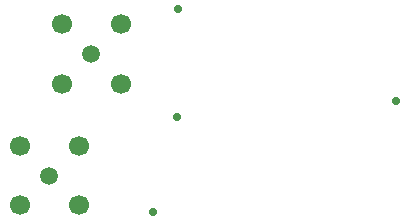
<source format=gbr>
%TF.GenerationSoftware,Altium Limited,Altium Designer,21.9.2 (33)*%
G04 Layer_Color=0*
%FSLAX25Y25*%
%MOIN*%
%TF.SameCoordinates,C6803599-17ED-4D67-9099-DDF32DD067AF*%
%TF.FilePolarity,Positive*%
%TF.FileFunction,Plated,1,2,PTH,Drill*%
%TF.Part,Single*%
G01*
G75*
%TA.AperFunction,ComponentDrill*%
%ADD27C,0.06693*%
%ADD28C,0.05906*%
%ADD29C,0.06693*%
%ADD30C,0.05906*%
%TA.AperFunction,ViaDrill,NotFilled*%
%ADD31C,0.02800*%
D27*
X32842Y32842D02*
D03*
X32842Y13158D02*
D03*
X13158Y13158D02*
D03*
X13158Y32842D02*
D03*
D28*
X23000Y23000D02*
D03*
D29*
X27158Y73343D02*
D03*
X46843Y73343D02*
D03*
X46843Y53658D02*
D03*
X27158Y53658D02*
D03*
D30*
X37000Y63500D02*
D03*
D31*
X57500Y11000D02*
D03*
X65500Y42500D02*
D03*
X66000Y78500D02*
D03*
X138500Y48000D02*
D03*
%TF.MD5,f5dd0314c78572978a170a59ff1c6b32*%
M02*

</source>
